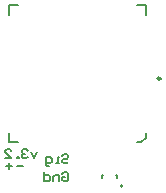
<source format=gbo>
%FSLAX23Y23*%
%MOIN*%
G70*
G01*
G75*
G04 Layer_Color=32896*
%ADD10C,0.008*%
%ADD11R,0.030X0.030*%
%ADD12R,0.020X0.020*%
%ADD13R,0.020X0.020*%
%ADD14R,0.043X0.035*%
%ADD15R,0.030X0.030*%
%ADD16R,0.044X0.058*%
%ADD17R,0.058X0.044*%
%ADD18R,0.107X0.051*%
%ADD19R,0.024X0.010*%
%ADD20R,0.010X0.024*%
%ADD21R,0.122X0.122*%
%ADD22R,0.011X0.020*%
%ADD23R,0.063X0.035*%
%ADD24R,0.020X0.012*%
%ADD25R,0.019X0.012*%
%ADD26R,0.010X0.028*%
%ADD27R,0.094X0.065*%
%ADD28R,0.028X0.051*%
%ADD29C,0.010*%
%ADD30C,0.006*%
%ADD31C,0.012*%
%ADD32C,0.020*%
%ADD33C,0.005*%
%ADD34C,0.051*%
%ADD35C,0.016*%
%ADD36C,0.020*%
%ADD37O,0.053X0.016*%
%ADD38O,0.069X0.016*%
%ADD39O,0.100X0.016*%
%ADD40O,0.016X0.053*%
%ADD41O,0.016X0.069*%
%ADD42R,0.030X0.059*%
%ADD43R,0.014X0.020*%
%ADD44R,0.011X0.020*%
%ADD45R,0.080X0.063*%
%ADD46C,0.004*%
%ADD47C,0.010*%
%ADD48C,0.008*%
%ADD49R,0.032X0.032*%
%ADD50R,0.022X0.022*%
%ADD51R,0.022X0.022*%
%ADD52R,0.045X0.037*%
%ADD53R,0.032X0.032*%
%ADD54R,0.046X0.060*%
%ADD55R,0.060X0.046*%
%ADD56R,0.109X0.053*%
%ADD57R,0.124X0.124*%
%ADD58R,0.017X0.025*%
%ADD59R,0.069X0.041*%
%ADD60R,0.024X0.016*%
%ADD61R,0.023X0.016*%
%ADD62R,0.018X0.036*%
%ADD63R,0.102X0.073*%
%ADD64R,0.030X0.053*%
%ADD65C,0.002*%
%ADD66C,0.022*%
%ADD67R,0.010X0.040*%
%ADD68O,0.055X0.018*%
%ADD69O,0.071X0.018*%
%ADD70O,0.102X0.018*%
%ADD71O,0.018X0.055*%
%ADD72O,0.018X0.071*%
%ADD73R,0.016X0.022*%
%ADD74R,0.013X0.022*%
D10*
X205Y62D02*
X210Y67D01*
X220D01*
X225Y62D01*
Y42D01*
X220Y37D01*
X210D01*
X205Y42D01*
Y52D01*
X215D01*
X195Y37D02*
Y57D01*
X180D01*
X175Y52D01*
Y37D01*
X145Y67D02*
Y37D01*
X160D01*
X165Y42D01*
Y52D01*
X160Y57D01*
X145D01*
X205Y122D02*
X210Y127D01*
X220D01*
X225Y122D01*
Y117D01*
X220Y112D01*
X210D01*
X205Y107D01*
Y102D01*
X210Y97D01*
X220D01*
X225Y102D01*
X195Y97D02*
X185D01*
X190D01*
Y117D01*
X195D01*
X160Y87D02*
X155D01*
X150Y92D01*
Y117D01*
X165D01*
X170Y112D01*
Y102D01*
X165Y97D01*
X150D01*
X119Y133D02*
X109Y113D01*
X99Y133D01*
X89Y138D02*
X84Y143D01*
X74D01*
X69Y138D01*
Y133D01*
X74Y128D01*
X79D01*
X74D01*
X69Y123D01*
Y118D01*
X74Y113D01*
X84D01*
X89Y118D01*
X59Y113D02*
Y118D01*
X54D01*
Y113D01*
X59D01*
X14D02*
X34D01*
X14Y133D01*
Y138D01*
X19Y143D01*
X29D01*
X34Y138D01*
X74Y86D02*
X54D01*
X36D02*
X16D01*
X26Y96D02*
Y76D01*
D47*
X532Y379D02*
G03*
X532Y379I-5J0D01*
G01*
D48*
X406Y21D02*
G03*
X406Y21I-4J0D01*
G01*
X27Y592D02*
Y623D01*
X58D01*
X27Y167D02*
Y198D01*
Y167D02*
X58D01*
X483Y592D02*
Y623D01*
X452D02*
X483D01*
X468Y167D02*
X483Y182D01*
Y198D01*
X452Y167D02*
X468D01*
X336Y58D02*
X341D01*
X336Y46D02*
Y58D01*
X383D02*
X388D01*
Y46D02*
Y58D01*
M02*

</source>
